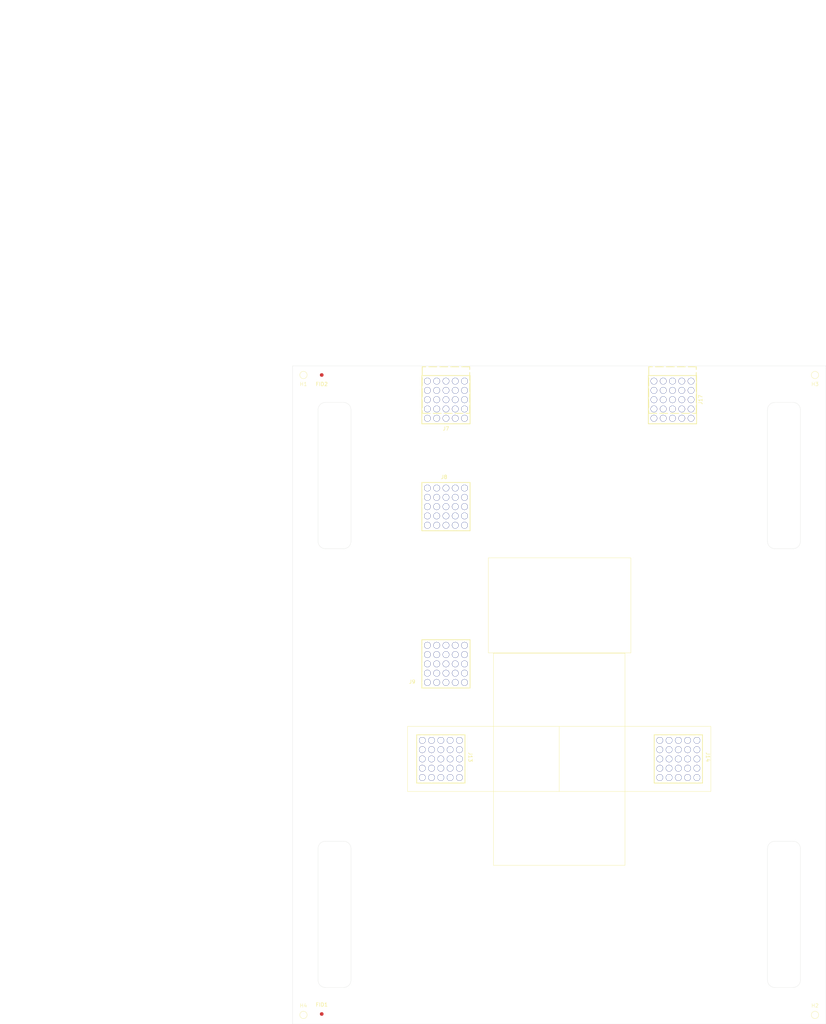
<source format=kicad_pcb>
(kicad_pcb (version 20241229) (generator "pcbnew") (generator_version "9.0")
  (layers (0 "F.Cu" signal) (2 "B.Cu" signal) (13 "F.Paste" user) (15 "B.Paste" user) (5 "F.SilkS" user "F.Silkscreen") (7 "B.SilkS" user "B.Silkscreen") (1 "F.Mask" user) (3 "B.Mask" user) (25 "Edge.Cuts" user))
  (net 0 "")
  (net 1 "/BAT+_IN")
  (net 2 "/BAT+_SI")
  (net 3 "/BAT+_OUT")
  (footprint "Fiducial:Fiducial_1mm_Mask3mm" (layer "F.Cu") (at 108 297.25)
    (property "Reference" "FID1" (at 0 -2.54 0) (layer "F.SilkS"))
    (property "Value" "Fiducial" (hide yes))
    (pad "" smd circle (at 0 0) (size 1 1) (layers "F.Cu" "F.Mask") (clearance 1))
  )
  (footprint "myWürthSHFU:WP-SHFU_7461098_HAL_gewinkelt" (layer "F.Cu") (at 204 129.25)
    (property "Reference" "J17" (at 8.25 0 90) (layer "F.SilkS") (effects (justify bottom)))
    (property "Value" "Würth RedCube M6, gewinkelt")
    (fp_line (start -6.6 -6.6) (end 6.6 -6.6) (stroke (width 0.2)) (layer "F.SilkS"))
    (fp_line (start -6.6 6.6) (end -6.6 -6.6) (stroke (width 0.2)) (layer "F.SilkS"))
    (fp_line (start -6.5 -9) (end -6.5 3.75) (stroke (width 0.2) (type dash)) (layer "F.SilkS"))
    (fp_line (start -6.5 3.75) (end 6.5 3.75) (stroke (width 0.2) (type dash)) (layer "F.SilkS"))
    (fp_line (start 6.5 -9) (end -6.5 -9) (stroke (width 0.2) (type dash)) (layer "F.SilkS"))
    (fp_line (start 6.5 3.75) (end 6.5 -9) (stroke (width 0.2) (type dash)) (layer "F.SilkS"))
    (fp_line (start 6.6 -6.6) (end 6.6 6.6) (stroke (width 0.2)) (layer "F.SilkS"))
    (fp_line (start 6.6 6.6) (end -6.6 6.6) (stroke (width 0.2)) (layer "F.SilkS"))
    (pad "1" thru_hole circle (at -5.08 -5.08) (size 1.8 1.8) (drill 1.65) (layers "*.Cu" "*.Mask") (net 3 "/BAT+_OUT"))
    (pad "1" thru_hole circle (at -5.08 -2.54) (size 1.8 1.8) (drill 1.65) (layers "*.Cu" "*.Mask") (net 3 "/BAT+_OUT"))
    (pad "1" thru_hole circle (at -5.08 0) (size 1.8 1.8) (drill 1.65) (layers "*.Cu" "*.Mask") (net 3 "/BAT+_OUT"))
    (pad "1" thru_hole circle (at -5.08 2.54) (size 1.8 1.8) (drill 1.65) (layers "*.Cu" "*.Mask") (net 3 "/BAT+_OUT"))
    (pad "1" thru_hole circle (at -5.08 5.08) (size 1.8 1.8) (drill 1.65) (layers "*.Cu" "*.Mask") (net 3 "/BAT+_OUT"))
    (pad "1" thru_hole circle (at -2.54 -5.08) (size 1.8 1.8) (drill 1.65) (layers "*.Cu" "*.Mask") (net 3 "/BAT+_OUT"))
    (pad "1" thru_hole circle (at -2.54 -2.54) (size 1.8 1.8) (drill 1.65) (layers "*.Cu" "*.Mask") (net 3 "/BAT+_OUT"))
    (pad "1" thru_hole circle (at -2.54 0) (size 1.8 1.8) (drill 1.65) (layers "*.Cu" "*.Mask") (net 3 "/BAT+_OUT"))
    (pad "1" thru_hole circle (at -2.54 2.54) (size 1.8 1.8) (drill 1.65) (layers "*.Cu" "*.Mask") (net 3 "/BAT+_OUT"))
    (pad "1" thru_hole circle (at -2.54 5.08) (size 1.8 1.8) (drill 1.65) (layers "*.Cu" "*.Mask") (net 3 "/BAT+_OUT"))
    (pad "1" thru_hole circle (at 0 -5.08) (size 1.8 1.8) (drill 1.65) (layers "*.Cu" "*.Mask") (net 3 "/BAT+_OUT"))
    (pad "1" thru_hole circle (at 0 -2.54) (size 1.8 1.8) (drill 1.65) (layers "*.Cu" "*.Mask") (net 3 "/BAT+_OUT"))
    (pad "1" thru_hole circle (at 0 0) (size 1.8 1.8) (drill 1.65) (layers "*.Cu" "*.Mask") (net 3 "/BAT+_OUT"))
    (pad "1" thru_hole circle (at 0 2.54) (size 1.8 1.8) (drill 1.65) (layers "*.Cu" "*.Mask") (net 3 "/BAT+_OUT"))
    (pad "1" thru_hole circle (at 0 5.08) (size 1.8 1.8) (drill 1.65) (layers "*.Cu" "*.Mask") (net 3 "/BAT+_OUT"))
    (pad "1" thru_hole circle (at 2.54 -5.08) (size 1.8 1.8) (drill 1.65) (layers "*.Cu" "*.Mask") (net 3 "/BAT+_OUT"))
    (pad "1" thru_hole circle (at 2.54 -2.54) (size 1.8 1.8) (drill 1.65) (layers "*.Cu" "*.Mask") (net 3 "/BAT+_OUT"))
    (pad "1" thru_hole circle (at 2.54 0) (size 1.8 1.8) (drill 1.65) (layers "*.Cu" "*.Mask") (net 3 "/BAT+_OUT"))
    (pad "1" thru_hole circle (at 2.54 2.54) (size 1.8 1.8) (drill 1.65) (layers "*.Cu" "*.Mask") (net 3 "/BAT+_OUT"))
    (pad "1" thru_hole circle (at 2.54 5.08) (size 1.8 1.8) (drill 1.65) (layers "*.Cu" "*.Mask") (net 3 "/BAT+_OUT"))
    (pad "1" thru_hole circle (at 5.08 -5.08) (size 1.8 1.8) (drill 1.65) (layers "*.Cu" "*.Mask") (net 3 "/BAT+_OUT"))
    (pad "1" thru_hole circle (at 5.08 -2.54) (size 1.8 1.8) (drill 1.65) (layers "*.Cu" "*.Mask") (net 3 "/BAT+_OUT"))
    (pad "1" thru_hole circle (at 5.08 0) (size 1.8 1.8) (drill 1.65) (layers "*.Cu" "*.Mask") (net 3 "/BAT+_OUT"))
    (pad "1" thru_hole circle (at 5.08 2.54) (size 1.8 1.8) (drill 1.65) (layers "*.Cu" "*.Mask") (net 3 "/BAT+_OUT"))
    (pad "1" thru_hole circle (at 5.08 5.08) (size 1.8 1.8) (drill 1.65) (layers "*.Cu" "*.Mask") (net 3 "/BAT+_OUT"))
  )
  (footprint "myHoles:printer_mounting_holes_1mm" (layer "F.Cu") (at 243 297.5)
    (property "Reference" "H2" (at 0 -2.54 0) (layer "F.SilkS") (effects (font (thickness 0.1))))
    (property "Value" "~" (hide yes))
    (fp_circle (center 0 0) (end 1 0) (stroke (width 0.1)) (fill no) (layer "F.SilkS"))
    (pad "" np_thru_hole circle (at 0 0) (size 1 1) (drill 1) (layers "*.Cu" "*.Mask"))
  )
  (footprint "" (layer "F.Cu") (at 236.3 135.8)
    (property "Reference" "" (at 0 0 0) (layer "F.SilkS") (effects (font (size 1.27 1.27))))
    (property "Value" "")
    (pad "" np_thru_hole circle (at 0 0) (size 1 1) (drill 1) (layers "*.Cu" "*.Mask"))
  )
  (footprint "myWürthSHFU:WP-SHFU_7461098_HAL" (layer "F.Cu") (at 142 158.5)
    (property "Reference" "J8" (at -0.5 -7.5 0) (layer "F.SilkS") (effects (justify bottom)))
    (property "Value" "Würth RedCube M6")
    (fp_line (start -6.6 -6.6) (end 6.6 -6.6) (stroke (width 0.2)) (layer "F.SilkS"))
    (fp_line (start -6.6 6.6) (end -6.6 -6.6) (stroke (width 0.2)) (layer "F.SilkS"))
    (fp_line (start 6.6 -6.6) (end 6.6 6.6) (stroke (width 0.2)) (layer "F.SilkS"))
    (fp_line (start 6.6 6.6) (end -6.6 6.6) (stroke (width 0.2)) (layer "F.SilkS"))
    (pad "1" thru_hole circle (at -5.08 -5.08) (size 1.8 1.8) (drill 1.65) (layers "*.Cu" "*.Mask") (net 1 "/BAT+_IN"))
    (pad "1" thru_hole circle (at -5.08 -2.54) (size 1.8 1.8) (drill 1.65) (layers "*.Cu" "*.Mask") (net 1 "/BAT+_IN"))
    (pad "1" thru_hole circle (at -5.08 0) (size 1.8 1.8) (drill 1.65) (layers "*.Cu" "*.Mask") (net 1 "/BAT+_IN"))
    (pad "1" thru_hole circle (at -5.08 2.54) (size 1.8 1.8) (drill 1.65) (layers "*.Cu" "*.Mask") (net 1 "/BAT+_IN"))
    (pad "1" thru_hole circle (at -5.08 5.08) (size 1.8 1.8) (drill 1.65) (layers "*.Cu" "*.Mask") (net 1 "/BAT+_IN"))
    (pad "1" thru_hole circle (at -2.54 -5.08) (size 1.8 1.8) (drill 1.65) (layers "*.Cu" "*.Mask") (net 1 "/BAT+_IN"))
    (pad "1" thru_hole circle (at -2.54 -2.54) (size 1.8 1.8) (drill 1.65) (layers "*.Cu" "*.Mask") (net 1 "/BAT+_IN"))
    (pad "1" thru_hole circle (at -2.54 0) (size 1.8 1.8) (drill 1.65) (layers "*.Cu" "*.Mask") (net 1 "/BAT+_IN"))
    (pad "1" thru_hole circle (at -2.54 2.54) (size 1.8 1.8) (drill 1.65) (layers "*.Cu" "*.Mask") (net 1 "/BAT+_IN"))
    (pad "1" thru_hole circle (at -2.54 5.08) (size 1.8 1.8) (drill 1.65) (layers "*.Cu" "*.Mask") (net 1 "/BAT+_IN"))
    (pad "1" thru_hole circle (at 0 -5.08) (size 1.8 1.8) (drill 1.65) (layers "*.Cu" "*.Mask") (net 1 "/BAT+_IN"))
    (pad "1" thru_hole circle (at 0 -2.54) (size 1.8 1.8) (drill 1.65) (layers "*.Cu" "*.Mask") (net 1 "/BAT+_IN"))
    (pad "1" thru_hole circle (at 0 0) (size 1.8 1.8) (drill 1.65) (layers "*.Cu" "*.Mask") (net 1 "/BAT+_IN"))
    (pad "1" thru_hole circle (at 0 2.54) (size 1.8 1.8) (drill 1.65) (layers "*.Cu" "*.Mask") (net 1 "/BAT+_IN"))
    (pad "1" thru_hole circle (at 0 5.08) (size 1.8 1.8) (drill 1.65) (layers "*.Cu" "*.Mask") (net 1 "/BAT+_IN"))
    (pad "1" thru_hole circle (at 2.54 -5.08) (size 1.8 1.8) (drill 1.65) (layers "*.Cu" "*.Mask") (net 1 "/BAT+_IN"))
    (pad "1" thru_hole circle (at 2.54 -2.54) (size 1.8 1.8) (drill 1.65) (layers "*.Cu" "*.Mask") (net 1 "/BAT+_IN"))
    (pad "1" thru_hole circle (at 2.54 0) (size 1.8 1.8) (drill 1.65) (layers "*.Cu" "*.Mask") (net 1 "/BAT+_IN"))
    (pad "1" thru_hole circle (at 2.54 2.54) (size 1.8 1.8) (drill 1.65) (layers "*.Cu" "*.Mask") (net 1 "/BAT+_IN"))
    (pad "1" thru_hole circle (at 2.54 5.08) (size 1.8 1.8) (drill 1.65) (layers "*.Cu" "*.Mask") (net 1 "/BAT+_IN"))
    (pad "1" thru_hole circle (at 5.08 -5.08) (size 1.8 1.8) (drill 1.65) (layers "*.Cu" "*.Mask") (net 1 "/BAT+_IN"))
    (pad "1" thru_hole circle (at 5.08 -2.54) (size 1.8 1.8) (drill 1.65) (layers "*.Cu" "*.Mask") (net 1 "/BAT+_IN"))
    (pad "1" thru_hole circle (at 5.08 0) (size 1.8 1.8) (drill 1.65) (layers "*.Cu" "*.Mask") (net 1 "/BAT+_IN"))
    (pad "1" thru_hole circle (at 5.08 2.54) (size 1.8 1.8) (drill 1.65) (layers "*.Cu" "*.Mask") (net 1 "/BAT+_IN"))
    (pad "1" thru_hole circle (at 5.08 5.08) (size 1.8 1.8) (drill 1.65) (layers "*.Cu" "*.Mask") (net 1 "/BAT+_IN"))
  )
  (footprint "myHoles:printer_mounting_holes_1mm" (layer "F.Cu") (at 103 297.5)
    (property "Reference" "H4" (at 0 -2.54 0) (layer "F.SilkS") (effects (font (thickness 0.1))))
    (property "Value" "~" (hide yes))
    (fp_circle (center 0 0) (end 1 0) (stroke (width 0.1)) (fill no) (layer "F.SilkS"))
    (pad "" np_thru_hole circle (at 0 0) (size 1 1) (drill 1) (layers "*.Cu" "*.Mask"))
  )
  (footprint "Fiducial:Fiducial_1mm_Mask3mm" (layer "F.Cu") (at 108 122.5)
    (property "Reference" "FID2" (at 0 2.5 0) (layer "F.SilkS"))
    (property "Value" "Fiducial")
    (pad "" smd circle (at 0 0) (size 1 1) (layers "F.Cu" "F.Mask") (clearance 1))
  )
  (footprint "myWürthSHFU:WP-SHFU_7461098_HAL" (layer "F.Cu") (at 140.6 227.5 -90)
    (property "Reference" "J13" (at -0.5 -7.5 270) (layer "F.SilkS") (effects (justify bottom)))
    (property "Value" "Würth RedCube M8")
    (fp_line (start -6.6 6.6) (end -6.6 -6.6) (stroke (width 0.2)) (layer "F.SilkS"))
    (fp_line (start 6.6 6.6) (end -6.6 6.6) (stroke (width 0.2)) (layer "F.SilkS"))
    (fp_line (start -6.6 -6.6) (end 6.6 -6.6) (stroke (width 0.2)) (layer "F.SilkS"))
    (fp_line (start 6.6 -6.6) (end 6.6 6.6) (stroke (width 0.2)) (layer "F.SilkS"))
    (pad "1" thru_hole circle (at -5.08 -5.08 270) (size 1.8 1.8) (drill 1.65) (layers "*.Cu" "*.Mask") (net 2 "/BAT+_SI"))
    (pad "1" thru_hole circle (at -5.08 -2.54 270) (size 1.8 1.8) (drill 1.65) (layers "*.Cu" "*.Mask") (net 2 "/BAT+_SI"))
    (pad "1" thru_hole circle (at -5.08 0 270) (size 1.8 1.8) (drill 1.65) (layers "*.Cu" "*.Mask") (net 2 "/BAT+_SI"))
    (pad "1" thru_hole circle (at -5.08 2.54 270) (size 1.8 1.8) (drill 1.65) (layers "*.Cu" "*.Mask") (net 2 "/BAT+_SI"))
    (pad "1" thru_hole circle (at -5.08 5.08 270) (size 1.8 1.8) (drill 1.65) (layers "*.Cu" "*.Mask") (net 2 "/BAT+_SI"))
    (pad "1" thru_hole circle (at -2.54 -5.08 270) (size 1.8 1.8) (drill 1.65) (layers "*.Cu" "*.Mask") (net 2 "/BAT+_SI"))
    (pad "1" thru_hole circle (at -2.54 -2.54 270) (size 1.8 1.8) (drill 1.65) (layers "*.Cu" "*.Mask") (net 2 "/BAT+_SI"))
    (pad "1" thru_hole circle (at -2.54 0 270) (size 1.8 1.8) (drill 1.65) (layers "*.Cu" "*.Mask") (net 2 "/BAT+_SI"))
    (pad "1" thru_hole circle (at -2.54 2.54 270) (size 1.8 1.8) (drill 1.65) (layers "*.Cu" "*.Mask") (net 2 "/BAT+_SI"))
    (pad "1" thru_hole circle (at -2.54 5.08 270) (size 1.8 1.8) (drill 1.65) (layers "*.Cu" "*.Mask") (net 2 "/BAT+_SI"))
    (pad "1" thru_hole circle (at 0 -5.08 270) (size 1.8 1.8) (drill 1.65) (layers "*.Cu" "*.Mask") (net 2 "/BAT+_SI"))
    (pad "1" thru_hole circle (at 0 -2.54 270) (size 1.8 1.8) (drill 1.65) (layers "*.Cu" "*.Mask") (net 2 "/BAT+_SI"))
    (pad "1" thru_hole circle (at 0 0 270) (size 1.8 1.8) (drill 1.65) (layers "*.Cu" "*.Mask") (net 2 "/BAT+_SI"))
    (pad "1" thru_hole circle (at 0 2.54 270) (size 1.8 1.8) (drill 1.65) (layers "*.Cu" "*.Mask") (net 2 "/BAT+_SI"))
    (pad "1" thru_hole circle (at 0 5.08 270) (size 1.8 1.8) (drill 1.65) (layers "*.Cu" "*.Mask") (net 2 "/BAT+_SI"))
    (pad "1" thru_hole circle (at 2.54 -5.08 270) (size 1.8 1.8) (drill 1.65) (layers "*.Cu" "*.Mask") (net 2 "/BAT+_SI"))
    (pad "1" thru_hole circle (at 2.54 -2.54 270) (size 1.8 1.8) (drill 1.65) (layers "*.Cu" "*.Mask") (net 2 "/BAT+_SI"))
    (pad "1" thru_hole circle (at 2.54 0 270) (size 1.8 1.8) (drill 1.65) (layers "*.Cu" "*.Mask") (net 2 "/BAT+_SI"))
    (pad "1" thru_hole circle (at 2.54 2.54 270) (size 1.8 1.8) (drill 1.65) (layers "*.Cu" "*.Mask") (net 2 "/BAT+_SI"))
    (pad "1" thru_hole circle (at 2.54 5.08 270) (size 1.8 1.8) (drill 1.65) (layers "*.Cu" "*.Mask") (net 2 "/BAT+_SI"))
    (pad "1" thru_hole circle (at 5.08 -5.08 270) (size 1.8 1.8) (drill 1.65) (layers "*.Cu" "*.Mask") (net 2 "/BAT+_SI"))
    (pad "1" thru_hole circle (at 5.08 -2.54 270) (size 1.8 1.8) (drill 1.65) (layers "*.Cu" "*.Mask") (net 2 "/BAT+_SI"))
    (pad "1" thru_hole circle (at 5.08 0 270) (size 1.8 1.8) (drill 1.65) (layers "*.Cu" "*.Mask") (net 2 "/BAT+_SI"))
    (pad "1" thru_hole circle (at 5.08 2.54 270) (size 1.8 1.8) (drill 1.65) (layers "*.Cu" "*.Mask") (net 2 "/BAT+_SI"))
    (pad "1" thru_hole circle (at 5.08 5.08 270) (size 1.8 1.8) (drill 1.65) (layers "*.Cu" "*.Mask") (net 2 "/BAT+_SI"))
  )
  (footprint "myHoles:printer_mounting_holes_1mm" (layer "F.Cu") (at 243 122.5)
    (property "Reference" "H3" (at 0 2.5 0) (layer "F.SilkS") (effects (font (thickness 0.1))))
    (property "Value" "~")
    (fp_circle (center 0 0) (end 1 0) (stroke (width 0.1)) (fill no) (layer "F.SilkS"))
    (pad "" np_thru_hole circle (at 0 0) (size 1 1) (drill 1) (layers "*.Cu" "*.Mask"))
  )
  (footprint "myWürthSHFU:WP-SHFU_7461098_HAL" (layer "F.Cu") (at 142 201.5)
    (property "Reference" "J9" (at -9.25 5.5 0) (layer "F.SilkS") (effects (justify bottom)))
    (property "Value" "Würth RedCube M6")
    (fp_line (start -6.6 -6.6) (end 6.6 -6.6) (stroke (width 0.2)) (layer "F.SilkS"))
    (fp_line (start -6.6 6.6) (end -6.6 -6.6) (stroke (width 0.2)) (layer "F.SilkS"))
    (fp_line (start 6.6 -6.6) (end 6.6 6.6) (stroke (width 0.2)) (layer "F.SilkS"))
    (fp_line (start 6.6 6.6) (end -6.6 6.6) (stroke (width 0.2)) (layer "F.SilkS"))
    (pad "1" thru_hole circle (at -5.08 -5.08) (size 1.8 1.8) (drill 1.65) (layers "*.Cu" "*.Mask") (net 2 "/BAT+_SI"))
    (pad "1" thru_hole circle (at -5.08 -2.54) (size 1.8 1.8) (drill 1.65) (layers "*.Cu" "*.Mask") (net 2 "/BAT+_SI"))
    (pad "1" thru_hole circle (at -5.08 0) (size 1.8 1.8) (drill 1.65) (layers "*.Cu" "*.Mask") (net 2 "/BAT+_SI"))
    (pad "1" thru_hole circle (at -5.08 2.54) (size 1.8 1.8) (drill 1.65) (layers "*.Cu" "*.Mask") (net 2 "/BAT+_SI"))
    (pad "1" thru_hole circle (at -5.08 5.08) (size 1.8 1.8) (drill 1.65) (layers "*.Cu" "*.Mask") (net 2 "/BAT+_SI"))
    (pad "1" thru_hole circle (at -2.54 -5.08) (size 1.8 1.8) (drill 1.65) (layers "*.Cu" "*.Mask") (net 2 "/BAT+_SI"))
    (pad "1" thru_hole circle (at -2.54 -2.54) (size 1.8 1.8) (drill 1.65) (layers "*.Cu" "*.Mask") (net 2 "/BAT+_SI"))
    (pad "1" thru_hole circle (at -2.54 0) (size 1.8 1.8) (drill 1.65) (layers "*.Cu" "*.Mask") (net 2 "/BAT+_SI"))
    (pad "1" thru_hole circle (at -2.54 2.54) (size 1.8 1.8) (drill 1.65) (layers "*.Cu" "*.Mask") (net 2 "/BAT+_SI"))
    (pad "1" thru_hole circle (at -2.54 5.08) (size 1.8 1.8) (drill 1.65) (layers "*.Cu" "*.Mask") (net 2 "/BAT+_SI"))
    (pad "1" thru_hole circle (at 0 -5.08) (size 1.8 1.8) (drill 1.65) (layers "*.Cu" "*.Mask") (net 2 "/BAT+_SI"))
    (pad "1" thru_hole circle (at 0 -2.54) (size 1.8 1.8) (drill 1.65) (layers "*.Cu" "*.Mask") (net 2 "/BAT+_SI"))
    (pad "1" thru_hole circle (at 0 0) (size 1.8 1.8) (drill 1.65) (layers "*.Cu" "*.Mask") (net 2 "/BAT+_SI"))
    (pad "1" thru_hole circle (at 0 2.54) (size 1.8 1.8) (drill 1.65) (layers "*.Cu" "*.Mask") (net 2 "/BAT+_SI"))
    (pad "1" thru_hole circle (at 0 5.08) (size 1.8 1.8) (drill 1.65) (layers "*.Cu" "*.Mask") (net 2 "/BAT+_SI"))
    (pad "1" thru_hole circle (at 2.54 -5.08) (size 1.8 1.8) (drill 1.65) (layers "*.Cu" "*.Mask") (net 2 "/BAT+_SI"))
    (pad "1" thru_hole circle (at 2.54 -2.54) (size 1.8 1.8) (drill 1.65) (layers "*.Cu" "*.Mask") (net 2 "/BAT+_SI"))
    (pad "1" thru_hole circle (at 2.54 0) (size 1.8 1.8) (drill 1.65) (layers "*.Cu" "*.Mask") (net 2 "/BAT+_SI"))
    (pad "1" thru_hole circle (at 2.54 2.54) (size 1.8 1.8) (drill 1.65) (layers "*.Cu" "*.Mask") (net 2 "/BAT+_SI"))
    (pad "1" thru_hole circle (at 2.54 5.08) (size 1.8 1.8) (drill 1.65) (layers "*.Cu" "*.Mask") (net 2 "/BAT+_SI"))
    (pad "1" thru_hole circle (at 5.08 -5.08) (size 1.8 1.8) (drill 1.65) (layers "*.Cu" "*.Mask") (net 2 "/BAT+_SI"))
    (pad "1" thru_hole circle (at 5.08 -2.54) (size 1.8 1.8) (drill 1.65) (layers "*.Cu" "*.Mask") (net 2 "/BAT+_SI"))
    (pad "1" thru_hole circle (at 5.08 0) (size 1.8 1.8) (drill 1.65) (layers "*.Cu" "*.Mask") (net 2 "/BAT+_SI"))
    (pad "1" thru_hole circle (at 5.08 2.54) (size 1.8 1.8) (drill 1.65) (layers "*.Cu" "*.Mask") (net 2 "/BAT+_SI"))
    (pad "1" thru_hole circle (at 5.08 5.08) (size 1.8 1.8) (drill 1.65) (layers "*.Cu" "*.Mask") (net 2 "/BAT+_SI"))
  )
  (footprint "myWürthSHFU:WP-SHFU_7461098_HAL" (layer "F.Cu") (at 205.6 227.5 -90)
    (property "Reference" "J14" (at -0.5 -7.5 270) (layer "F.SilkS") (effects (justify bottom)))
    (property "Value" "Würth RedCube M8")
    (fp_line (start -6.6 6.6) (end -6.6 -6.6) (stroke (width 0.2)) (layer "F.SilkS"))
    (fp_line (start 6.6 6.6) (end -6.6 6.6) (stroke (width 0.2)) (layer "F.SilkS"))
    (fp_line (start -6.6 -6.6) (end 6.6 -6.6) (stroke (width 0.2)) (layer "F.SilkS"))
    (fp_line (start 6.6 -6.6) (end 6.6 6.6) (stroke (width 0.2)) (layer "F.SilkS"))
    (pad "1" thru_hole circle (at -5.08 -5.08 270) (size 1.8 1.8) (drill 1.65) (layers "*.Cu" "*.Mask") (net 3 "/BAT+_OUT"))
    (pad "1" thru_hole circle (at -5.08 -2.54 270) (size 1.8 1.8) (drill 1.65) (layers "*.Cu" "*.Mask") (net 3 "/BAT+_OUT"))
    (pad "1" thru_hole circle (at -5.08 0 270) (size 1.8 1.8) (drill 1.65) (layers "*.Cu" "*.Mask") (net 3 "/BAT+_OUT"))
    (pad "1" thru_hole circle (at -5.08 2.54 270) (size 1.8 1.8) (drill 1.65) (layers "*.Cu" "*.Mask") (net 3 "/BAT+_OUT"))
    (pad "1" thru_hole circle (at -5.08 5.08 270) (size 1.8 1.8) (drill 1.65) (layers "*.Cu" "*.Mask") (net 3 "/BAT+_OUT"))
    (pad "1" thru_hole circle (at -2.54 -5.08 270) (size 1.8 1.8) (drill 1.65) (layers "*.Cu" "*.Mask") (net 3 "/BAT+_OUT"))
    (pad "1" thru_hole circle (at -2.54 -2.54 270) (size 1.8 1.8) (drill 1.65) (layers "*.Cu" "*.Mask") (net 3 "/BAT+_OUT"))
    (pad "1" thru_hole circle (at -2.54 0 270) (size 1.8 1.8) (drill 1.65) (layers "*.Cu" "*.Mask") (net 3 "/BAT+_OUT"))
    (pad "1" thru_hole circle (at -2.54 2.54 270) (size 1.8 1.8) (drill 1.65) (layers "*.Cu" "*.Mask") (net 3 "/BAT+_OUT"))
    (pad "1" thru_hole circle (at -2.54 5.08 270) (size 1.8 1.8) (drill 1.65) (layers "*.Cu" "*.Mask") (net 3 "/BAT+_OUT"))
    (pad "1" thru_hole circle (at 0 -5.08 270) (size 1.8 1.8) (drill 1.65) (layers "*.Cu" "*.Mask") (net 3 "/BAT+_OUT"))
    (pad "1" thru_hole circle (at 0 -2.54 270) (size 1.8 1.8) (drill 1.65) (layers "*.Cu" "*.Mask") (net 3 "/BAT+_OUT"))
    (pad "1" thru_hole circle (at 0 0 270) (size 1.8 1.8) (drill 1.65) (layers "*.Cu" "*.Mask") (net 3 "/BAT+_OUT"))
    (pad "1" thru_hole circle (at 0 2.54 270) (size 1.8 1.8) (drill 1.65) (layers "*.Cu" "*.Mask") (net 3 "/BAT+_OUT"))
    (pad "1" thru_hole circle (at 0 5.08 270) (size 1.8 1.8) (drill 1.65) (layers "*.Cu" "*.Mask") (net 3 "/BAT+_OUT"))
    (pad "1" thru_hole circle (at 2.54 -5.08 270) (size 1.8 1.8) (drill 1.65) (layers "*.Cu" "*.Mask") (net 3 "/BAT+_OUT"))
    (pad "1" thru_hole circle (at 2.54 -2.54 270) (size 1.8 1.8) (drill 1.65) (layers "*.Cu" "*.Mask") (net 3 "/BAT+_OUT"))
    (pad "1" thru_hole circle (at 2.54 0 270) (size 1.8 1.8) (drill 1.65) (layers "*.Cu" "*.Mask") (net 3 "/BAT+_OUT"))
    (pad "1" thru_hole circle (at 2.54 2.54 270) (size 1.8 1.8) (drill 1.65) (layers "*.Cu" "*.Mask") (net 3 "/BAT+_OUT"))
    (pad "1" thru_hole circle (at 2.54 5.08 270) (size 1.8 1.8) (drill 1.65) (layers "*.Cu" "*.Mask") (net 3 "/BAT+_OUT"))
    (pad "1" thru_hole circle (at 5.08 -5.08 270) (size 1.8 1.8) (drill 1.65) (layers "*.Cu" "*.Mask") (net 3 "/BAT+_OUT"))
    (pad "1" thru_hole circle (at 5.08 -2.54 270) (size 1.8 1.8) (drill 1.65) (layers "*.Cu" "*.Mask") (net 3 "/BAT+_OUT"))
    (pad "1" thru_hole circle (at 5.08 0 270) (size 1.8 1.8) (drill 1.65) (layers "*.Cu" "*.Mask") (net 3 "/BAT+_OUT"))
    (pad "1" thru_hole circle (at 5.08 2.54 270) (size 1.8 1.8) (drill 1.65) (layers "*.Cu" "*.Mask") (net 3 "/BAT+_OUT"))
    (pad "1" thru_hole circle (at 5.08 5.08 270) (size 1.8 1.8) (drill 1.65) (layers "*.Cu" "*.Mask") (net 3 "/BAT+_OUT"))
  )
  (footprint "myWürthSHFU:WP-SHFU_7461098_HAL_gewinkelt" (layer "F.Cu") (at 142 129.25)
    (property "Reference" "J7" (at 0 8.5 0) (layer "F.SilkS") (effects (justify bottom)))
    (property "Value" "Würth RedCube M6, gewinkelt")
    (fp_line (start -6.6 -6.6) (end 6.6 -6.6) (stroke (width 0.2)) (layer "F.SilkS"))
    (fp_line (start -6.6 6.6) (end -6.6 -6.6) (stroke (width 0.2)) (layer "F.SilkS"))
    (fp_line (start -6.5 -9) (end -6.5 3.75) (stroke (width 0.2) (type dash)) (layer "F.SilkS"))
    (fp_line (start -6.5 3.75) (end 6.5 3.75) (stroke (width 0.2) (type dash)) (layer "F.SilkS"))
    (fp_line (start 6.5 -9) (end -6.5 -9) (stroke (width 0.2) (type dash)) (layer "F.SilkS"))
    (fp_line (start 6.5 3.75) (end 6.5 -9) (stroke (width 0.2) (type dash)) (layer "F.SilkS"))
    (fp_line (start 6.6 -6.6) (end 6.6 6.6) (stroke (width 0.2)) (layer "F.SilkS"))
    (fp_line (start 6.6 6.6) (end -6.6 6.6) (stroke (width 0.2)) (layer "F.SilkS"))
    (pad "1" thru_hole circle (at -5.08 -5.08) (size 1.8 1.8) (drill 1.65) (layers "*.Cu" "*.Mask") (net 1 "/BAT+_IN"))
    (pad "1" thru_hole circle (at -5.08 -2.54) (size 1.8 1.8) (drill 1.65) (layers "*.Cu" "*.Mask") (net 1 "/BAT+_IN"))
    (pad "1" thru_hole circle (at -5.08 0) (size 1.8 1.8) (drill 1.65) (layers "*.Cu" "*.Mask") (net 1 "/BAT+_IN"))
    (pad "1" thru_hole circle (at -5.08 2.54) (size 1.8 1.8) (drill 1.65) (layers "*.Cu" "*.Mask") (net 1 "/BAT+_IN"))
    (pad "1" thru_hole circle (at -5.08 5.08) (size 1.8 1.8) (drill 1.65) (layers "*.Cu" "*.Mask") (net 1 "/BAT+_IN"))
    (pad "1" thru_hole circle (at -2.54 -5.08) (size 1.8 1.8) (drill 1.65) (layers "*.Cu" "*.Mask") (net 1 "/BAT+_IN"))
    (pad "1" thru_hole circle (at -2.54 -2.54) (size 1.8 1.8) (drill 1.65) (layers "*.Cu" "*.Mask") (net 1 "/BAT+_IN"))
    (pad "1" thru_hole circle (at -2.54 0) (size 1.8 1.8) (drill 1.65) (layers "*.Cu" "*.Mask") (net 1 "/BAT+_IN"))
    (pad "1" thru_hole circle (at -2.54 2.54) (size 1.8 1.8) (drill 1.65) (layers "*.Cu" "*.Mask") (net 1 "/BAT+_IN"))
    (pad "1" thru_hole circle (at -2.54 5.08) (size 1.8 1.8) (drill 1.65) (layers "*.Cu" "*.Mask") (net 1 "/BAT+_IN"))
    (pad "1" thru_hole circle (at 0 -5.08) (size 1.8 1.8) (drill 1.65) (layers "*.Cu" "*.Mask") (net 1 "/BAT+_IN"))
    (pad "1" thru_hole circle (at 0 -2.54) (size 1.8 1.8) (drill 1.65) (layers "*.Cu" "*.Mask") (net 1 "/BAT+_IN"))
    (pad "1" thru_hole circle (at 0 0) (size 1.8 1.8) (drill 1.65) (layers "*.Cu" "*.Mask") (net 1 "/BAT+_IN"))
    (pad "1" thru_hole circle (at 0 2.54) (size 1.8 1.8) (drill 1.65) (layers "*.Cu" "*.Mask") (net 1 "/BAT+_IN"))
    (pad "1" thru_hole circle (at 0 5.08) (size 1.8 1.8) (drill 1.65) (layers "*.Cu" "*.Mask") (net 1 "/BAT+_IN"))
    (pad "1" thru_hole circle (at 2.54 -5.08) (size 1.8 1.8) (drill 1.65) (layers "*.Cu" "*.Mask") (net 1 "/BAT+_IN"))
    (pad "1" thru_hole circle (at 2.54 -2.54) (size 1.8 1.8) (drill 1.65) (layers "*.Cu" "*.Mask") (net 1 "/BAT+_IN"))
    (pad "1" thru_hole circle (at 2.54 0) (size 1.8 1.8) (drill 1.65) (layers "*.Cu" "*.Mask") (net 1 "/BAT+_IN"))
    (pad "1" thru_hole circle (at 2.54 2.54) (size 1.8 1.8) (drill 1.65) (layers "*.Cu" "*.Mask") (net 1 "/BAT+_IN"))
    (pad "1" thru_hole circle (at 2.54 5.08) (size 1.8 1.8) (drill 1.65) (layers "*.Cu" "*.Mask") (net 1 "/BAT+_IN"))
    (pad "1" thru_hole circle (at 5.08 -5.08) (size 1.8 1.8) (drill 1.65) (layers "*.Cu" "*.Mask") (net 1 "/BAT+_IN"))
    (pad "1" thru_hole circle (at 5.08 -2.54) (size 1.8 1.8) (drill 1.65) (layers "*.Cu" "*.Mask") (net 1 "/BAT+_IN"))
    (pad "1" thru_hole circle (at 5.08 0) (size 1.8 1.8) (drill 1.65) (layers "*.Cu" "*.Mask") (net 1 "/BAT+_IN"))
    (pad "1" thru_hole circle (at 5.08 2.54) (size 1.8 1.8) (drill 1.65) (layers "*.Cu" "*.Mask") (net 1 "/BAT+_IN"))
    (pad "1" thru_hole circle (at 5.08 5.08) (size 1.8 1.8) (drill 1.65) (layers "*.Cu" "*.Mask") (net 1 "/BAT+_IN"))
  )
  (footprint "myHoles:printer_mounting_holes_1mm" (layer "F.Cu") (at 103 122.5)
    (property "Reference" "H1" (at 0 2.5 0) (layer "F.SilkS") (effects (font (thickness 0.1))))
    (property "Value" "~")
    (fp_circle (center 0 0) (end 1 0) (stroke (width 0.1)) (fill no) (layer "F.SilkS"))
    (pad "" np_thru_hole circle (at 0 0) (size 1 1) (drill 1) (layers "*.Cu" "*.Mask"))
  )
  (gr_line (start 173 236.4) (end 173 218.6) (stroke (width 0.1)) (layer "F.SilkS"))
  (gr_rect (start 131.5 218.6) (end 214.5 236.4) (stroke (width 0.1)) (fill no) (layer "F.SilkS"))
  (gr_rect (start 155 198.6) (end 191 256.6) (stroke (width 0.1)) (fill no) (layer "F.SilkS"))
  (gr_rect (start 153.6 172.5) (end 192.6 198.5) (stroke (width 0.1)) (fill no) (layer "F.SilkS"))
  (gr_line (start 109 130) (end 114 130) (stroke (width 0.05)) (layer "Edge.Cuts"))
  (gr_line (start 107 168) (end 107 132) (stroke (width 0.05)) (layer "Edge.Cuts"))
  (gr_arc (start 239 288) (mid 238.414214 289.414214) (end 237 290) (stroke (width 0.05)) (layer "Edge.Cuts"))
  (gr_rect (start 100 120) (end 246 300) (stroke (width 0.05)) (fill no) (layer "Edge.Cuts"))
  (gr_line (start 114 170) (end 109 170) (stroke (width 0.05)) (layer "Edge.Cuts"))
  (gr_arc (start 237 250) (mid 238.414214 250.585786) (end 239 252) (stroke (width 0.05)) (layer "Edge.Cuts"))
  (gr_arc (start 114 250) (mid 115.414214 250.585786) (end 116 252) (stroke (width 0.05)) (layer "Edge.Cuts"))
  (gr_arc (start 109 290) (mid 107.585786 289.414214) (end 107 288) (stroke (width 0.05)) (layer "Edge.Cuts"))
  (gr_line (start 232 130) (end 237 130) (stroke (width 0.05)) (layer "Edge.Cuts"))
  (gr_arc (start 230 252) (mid 230.585786 250.585786) (end 232 250) (stroke (width 0.05)) (layer "Edge.Cuts"))
  (gr_arc (start 114 130) (mid 115.414214 130.585786) (end 116 132) (stroke (width 0.05)) (layer "Edge.Cuts"))
  (gr_line (start 239 132) (end 239 168) (stroke (width 0.05)) (layer "Edge.Cuts"))
  (gr_line (start 107 288) (end 107 252) (stroke (width 0.05)) (layer "Edge.Cuts"))
  (gr_line (start 230 168) (end 230 132) (stroke (width 0.05)) (layer "Edge.Cuts"))
  (gr_line (start 239 252) (end 239 288) (stroke (width 0.05)) (layer "Edge.Cuts"))
  (gr_arc (start 239 168) (mid 238.414214 169.414214) (end 237 170) (stroke (width 0.05)) (layer "Edge.Cuts"))
  (gr_line (start 237 170) (end 232 170) (stroke (width 0.05)) (layer "Edge.Cuts"))
  (gr_arc (start 232 290) (mid 230.585786 289.414214) (end 230 288) (stroke (width 0.05)) (layer "Edge.Cuts"))
  (gr_line (start 116 132) (end 116 168) (stroke (width 0.05)) (layer "Edge.Cuts"))
  (gr_arc (start 107 132) (mid 107.585786 130.585786) (end 109 130) (stroke (width 0.05)) (layer "Edge.Cuts"))
  (gr_arc (start 116 288) (mid 115.414214 289.414214) (end 114 290) (stroke (width 0.05)) (layer "Edge.Cuts"))
  (gr_line (start 232 250) (end 237 250) (stroke (width 0.05)) (layer "Edge.Cuts"))
  (gr_arc (start 232 170) (mid 230.585786 169.414214) (end 230 168) (stroke (width 0.05)) (layer "Edge.Cuts"))
  (gr_arc (start 107 252) (mid 107.585786 250.585786) (end 109 250) (stroke (width 0.05)) (layer "Edge.Cuts"))
  (gr_arc (start 230 132) (mid 230.585786 130.585786) (end 232 130) (stroke (width 0.05)) (layer "Edge.Cuts"))
  (gr_line (start 116 252) (end 116 288) (stroke (width 0.05)) (layer "Edge.Cuts"))
  (gr_arc (start 237 130) (mid 238.414214 130.585786) (end 239 132) (stroke (width 0.05)) (layer "Edge.Cuts"))
  (gr_arc (start 116 168) (mid 115.414214 169.414214) (end 114 170) (stroke (width 0.05)) (layer "Edge.Cuts"))
  (gr_line (start 109 250) (end 114 250) (stroke (width 0.05)) (layer "Edge.Cuts"))
  (gr_line (start 237 290) (end 232 290) (stroke (width 0.05)) (layer "Edge.Cuts"))
  (gr_arc (start 109 170) (mid 107.585786 169.414214) (end 107 168) (stroke (width 0.05)) (layer "Edge.Cuts"))
  (gr_line (start 230 288) (end 230 252) (stroke (width 0.05)) (layer "Edge.Cuts"))
  (gr_line (start 114 290) (end 109 290) (stroke (width 0.05)) (layer "Edge.Cuts"))
)
</source>
